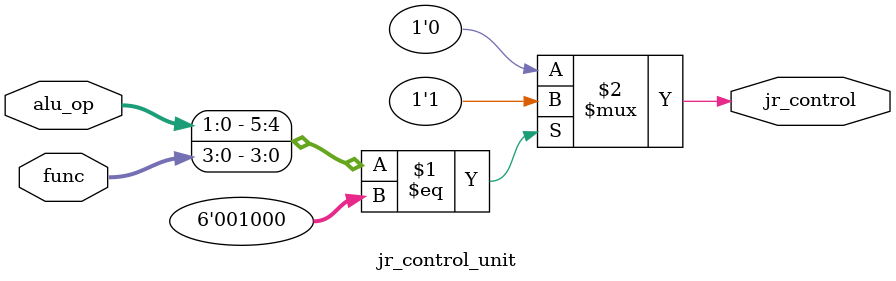
<source format=v>
`timescale 1ns / 1ps


module jr_control_unit(alu_op, func, jr_control);
    input [1:0] alu_op;
    input [3:0] func;
    output jr_control;
    
    assign jr_control = ({alu_op,func} == 6'b001000) ? 1'b1 : 1'b0; 
endmodule

</source>
